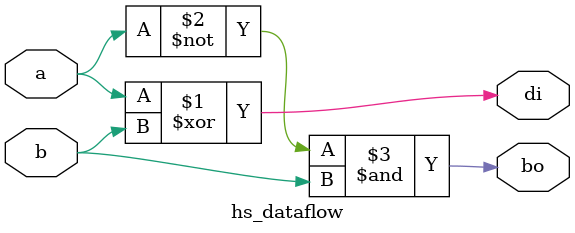
<source format=v>
`timescale 1ns / 1ps


module hs_dataflow(
    input a,b,
    output bo,di
    );
    assign di=a^b;
    assign bo=(~a)&b;
endmodule

</source>
